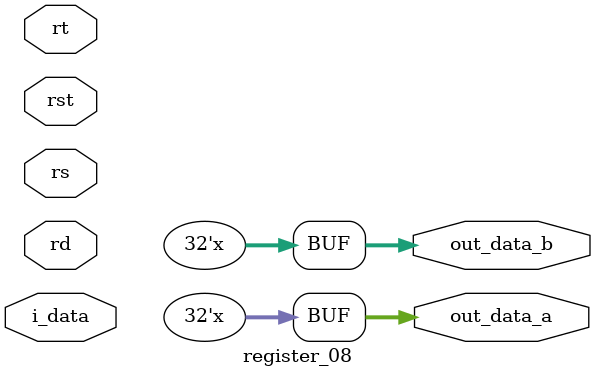
<source format=v>
`timescale 1ns / 1ps

module register_08(rst,rs,rt,rd,i_data,out_data_a,out_data_b);
input rst;
input [4:0]rs,rt,rd;
input [31:0] i_data;
output reg [31:0] out_data_a;
output reg [31:0] out_data_b;

reg [4:0]  reg_num;
reg [31:0] reg_data;


always @(*) begin
      if(rst) begin
            reg_num = 8;
      end
      else begin
          if(reg_num == rs)
               out_data_a <= reg_data;
          if(reg_num == rt)
               out_data_b <= reg_data;
          if(reg_num == rd)    
               reg_data <= i_data;
      end
      
end
endmodule

</source>
